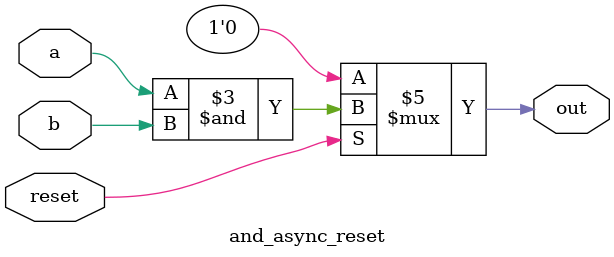
<source format=v>
module and_async_reset (
    input a,
    input b,
    input reset,
    output reg out
);

always @(a, b, reset) begin
    if (reset == 1'b0) begin
        out <= 1'b0; // reset signal is asserted, output is 0
    end
    else begin
        out <= a & b; // reset signal is de-asserted, output is AND of a and b
    end
end

endmodule
</source>
